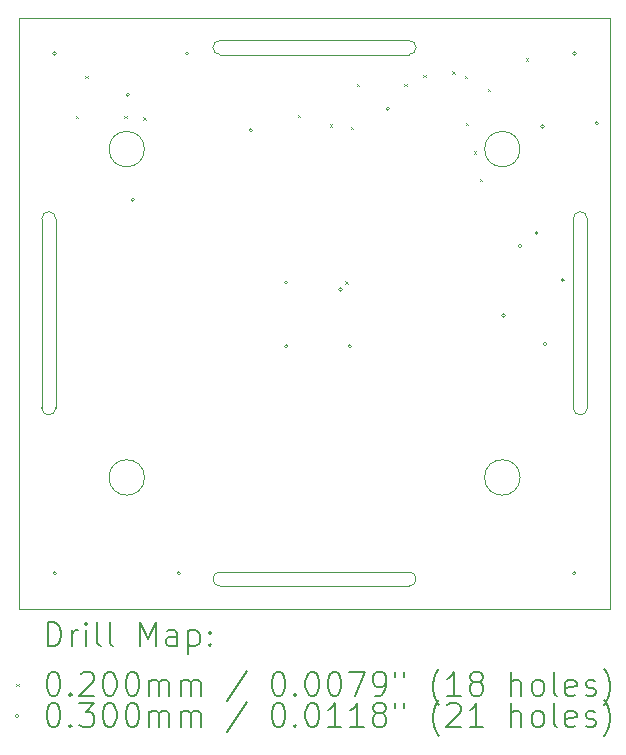
<source format=gbr>
%TF.GenerationSoftware,KiCad,Pcbnew,7.0.2*%
%TF.CreationDate,2023-07-30T22:18:23-04:00*%
%TF.ProjectId,TopExternalFaceRev1,546f7045-7874-4657-926e-616c46616365,rev?*%
%TF.SameCoordinates,Original*%
%TF.FileFunction,Drillmap*%
%TF.FilePolarity,Positive*%
%FSLAX45Y45*%
G04 Gerber Fmt 4.5, Leading zero omitted, Abs format (unit mm)*
G04 Created by KiCad (PCBNEW 7.0.2) date 2023-07-30 22:18:23*
%MOMM*%
%LPD*%
G01*
G04 APERTURE LIST*
%ADD10C,0.050000*%
%ADD11C,0.100000*%
%ADD12C,0.200000*%
%ADD13C,0.020000*%
%ADD14C,0.030000*%
G04 APERTURE END LIST*
D10*
X11060000Y-13890000D02*
G75*
G03*
X11060000Y-13890000I-150000J0D01*
G01*
D11*
X14690000Y-11700000D02*
X14690000Y-12500000D01*
X10310000Y-11700000D02*
G75*
G03*
X10190000Y-11700000I-60000J0D01*
G01*
X12500000Y-10310000D02*
X13300000Y-10310000D01*
X12500000Y-14690000D02*
X11700000Y-14690000D01*
X11700000Y-10190000D02*
G75*
G03*
X11700000Y-10310000I0J-60000D01*
G01*
X14810000Y-11700000D02*
G75*
G03*
X14690000Y-11700000I-60000J0D01*
G01*
X11700000Y-10310000D02*
X12500000Y-10310000D01*
X12500000Y-14810000D02*
X13300000Y-14810000D01*
X11700000Y-14810000D02*
X12500000Y-14810000D01*
X10190000Y-12500000D02*
X10190000Y-13300000D01*
X14690000Y-12500000D02*
X14690000Y-13300000D01*
X11700000Y-14690000D02*
G75*
G03*
X11700000Y-14810000I0J-60000D01*
G01*
X13300000Y-14810000D02*
G75*
G03*
X13300000Y-14690000I0J60000D01*
G01*
X10310000Y-13300000D02*
X10310000Y-12500000D01*
D10*
X14240000Y-13890000D02*
G75*
G03*
X14240000Y-13890000I-150000J0D01*
G01*
D11*
X15000000Y-15000000D02*
X10000000Y-15000000D01*
X14810000Y-12500000D02*
X14810000Y-11700000D01*
X10190000Y-13300000D02*
G75*
G03*
X10310000Y-13300000I60000J0D01*
G01*
X15000000Y-10000000D02*
X15000000Y-15000000D01*
D10*
X11060000Y-11110000D02*
G75*
G03*
X11060000Y-11110000I-150000J0D01*
G01*
D11*
X13300000Y-10310000D02*
G75*
G03*
X13300000Y-10190000I0J60000D01*
G01*
X10000000Y-15000000D02*
X10000000Y-10000000D01*
X10190000Y-11700000D02*
X10190000Y-12500000D01*
D10*
X14240000Y-11110000D02*
G75*
G03*
X14240000Y-11110000I-150000J0D01*
G01*
D11*
X10310000Y-12500000D02*
X10310000Y-11700000D01*
X13300000Y-14690000D02*
X12500000Y-14690000D01*
X10000000Y-10000000D02*
X15000000Y-10000000D01*
X14810000Y-13300000D02*
X14810000Y-12500000D01*
X12500000Y-10190000D02*
X11700000Y-10190000D01*
X13300000Y-10190000D02*
X12500000Y-10190000D01*
X14690000Y-13300000D02*
G75*
G03*
X14810000Y-13300000I60000J0D01*
G01*
D12*
D13*
X10480000Y-10830000D02*
X10500000Y-10850000D01*
X10500000Y-10830000D02*
X10480000Y-10850000D01*
X10560000Y-10490000D02*
X10580000Y-10510000D01*
X10580000Y-10490000D02*
X10560000Y-10510000D01*
X10890000Y-10830000D02*
X10910000Y-10850000D01*
X10910000Y-10830000D02*
X10890000Y-10850000D01*
X11050000Y-10840000D02*
X11070000Y-10860000D01*
X11070000Y-10840000D02*
X11050000Y-10860000D01*
X12360000Y-10820000D02*
X12380000Y-10840000D01*
X12380000Y-10820000D02*
X12360000Y-10840000D01*
X12630000Y-10900000D02*
X12650000Y-10920000D01*
X12650000Y-10900000D02*
X12630000Y-10920000D01*
X12760000Y-12230000D02*
X12780000Y-12250000D01*
X12780000Y-12230000D02*
X12760000Y-12250000D01*
X12810000Y-10920000D02*
X12830000Y-10940000D01*
X12830000Y-10920000D02*
X12810000Y-10940000D01*
X12860000Y-10560000D02*
X12880000Y-10580000D01*
X12880000Y-10560000D02*
X12860000Y-10580000D01*
X13260000Y-10560000D02*
X13280000Y-10580000D01*
X13280000Y-10560000D02*
X13260000Y-10580000D01*
X13420000Y-10480000D02*
X13440000Y-10500000D01*
X13440000Y-10480000D02*
X13420000Y-10500000D01*
X13667542Y-10452458D02*
X13687542Y-10472458D01*
X13687542Y-10452458D02*
X13667542Y-10472458D01*
X13770000Y-10490000D02*
X13790000Y-10510000D01*
X13790000Y-10490000D02*
X13770000Y-10510000D01*
X13780000Y-10890000D02*
X13800000Y-10910000D01*
X13800000Y-10890000D02*
X13780000Y-10910000D01*
X13850000Y-11130000D02*
X13870000Y-11150000D01*
X13870000Y-11130000D02*
X13850000Y-11150000D01*
X13900000Y-11360000D02*
X13920000Y-11380000D01*
X13920000Y-11360000D02*
X13900000Y-11380000D01*
X13970000Y-10598950D02*
X13990000Y-10618950D01*
X13990000Y-10598950D02*
X13970000Y-10618950D01*
X14290000Y-10340000D02*
X14310000Y-10360000D01*
X14310000Y-10340000D02*
X14290000Y-10360000D01*
D14*
X10315000Y-10300000D02*
G75*
G03*
X10315000Y-10300000I-15000J0D01*
G01*
X10315000Y-14700000D02*
G75*
G03*
X10315000Y-14700000I-15000J0D01*
G01*
X10935000Y-10650000D02*
G75*
G03*
X10935000Y-10650000I-15000J0D01*
G01*
X10975000Y-11540000D02*
G75*
G03*
X10975000Y-11540000I-15000J0D01*
G01*
X11365000Y-14700000D02*
G75*
G03*
X11365000Y-14700000I-15000J0D01*
G01*
X11435000Y-10300000D02*
G75*
G03*
X11435000Y-10300000I-15000J0D01*
G01*
X11975000Y-10950000D02*
G75*
G03*
X11975000Y-10950000I-15000J0D01*
G01*
X12275000Y-12240000D02*
G75*
G03*
X12275000Y-12240000I-15000J0D01*
G01*
X12275000Y-12780000D02*
G75*
G03*
X12275000Y-12780000I-15000J0D01*
G01*
X12735000Y-12300000D02*
G75*
G03*
X12735000Y-12300000I-15000J0D01*
G01*
X12815000Y-12780000D02*
G75*
G03*
X12815000Y-12780000I-15000J0D01*
G01*
X13135000Y-10770000D02*
G75*
G03*
X13135000Y-10770000I-15000J0D01*
G01*
X14115000Y-12520000D02*
G75*
G03*
X14115000Y-12520000I-15000J0D01*
G01*
X14255000Y-11930000D02*
G75*
G03*
X14255000Y-11930000I-15000J0D01*
G01*
X14395000Y-11820000D02*
G75*
G03*
X14395000Y-11820000I-15000J0D01*
G01*
X14445000Y-10920000D02*
G75*
G03*
X14445000Y-10920000I-15000J0D01*
G01*
X14465000Y-12760000D02*
G75*
G03*
X14465000Y-12760000I-15000J0D01*
G01*
X14615000Y-12220000D02*
G75*
G03*
X14615000Y-12220000I-15000J0D01*
G01*
X14715000Y-10300000D02*
G75*
G03*
X14715000Y-10300000I-15000J0D01*
G01*
X14715000Y-14700000D02*
G75*
G03*
X14715000Y-14700000I-15000J0D01*
G01*
X14905000Y-10890000D02*
G75*
G03*
X14905000Y-10890000I-15000J0D01*
G01*
D12*
X10242619Y-15317524D02*
X10242619Y-15117524D01*
X10242619Y-15117524D02*
X10290238Y-15117524D01*
X10290238Y-15117524D02*
X10318810Y-15127048D01*
X10318810Y-15127048D02*
X10337857Y-15146095D01*
X10337857Y-15146095D02*
X10347381Y-15165143D01*
X10347381Y-15165143D02*
X10356905Y-15203238D01*
X10356905Y-15203238D02*
X10356905Y-15231809D01*
X10356905Y-15231809D02*
X10347381Y-15269905D01*
X10347381Y-15269905D02*
X10337857Y-15288952D01*
X10337857Y-15288952D02*
X10318810Y-15308000D01*
X10318810Y-15308000D02*
X10290238Y-15317524D01*
X10290238Y-15317524D02*
X10242619Y-15317524D01*
X10442619Y-15317524D02*
X10442619Y-15184190D01*
X10442619Y-15222286D02*
X10452143Y-15203238D01*
X10452143Y-15203238D02*
X10461667Y-15193714D01*
X10461667Y-15193714D02*
X10480714Y-15184190D01*
X10480714Y-15184190D02*
X10499762Y-15184190D01*
X10566429Y-15317524D02*
X10566429Y-15184190D01*
X10566429Y-15117524D02*
X10556905Y-15127048D01*
X10556905Y-15127048D02*
X10566429Y-15136571D01*
X10566429Y-15136571D02*
X10575952Y-15127048D01*
X10575952Y-15127048D02*
X10566429Y-15117524D01*
X10566429Y-15117524D02*
X10566429Y-15136571D01*
X10690238Y-15317524D02*
X10671190Y-15308000D01*
X10671190Y-15308000D02*
X10661667Y-15288952D01*
X10661667Y-15288952D02*
X10661667Y-15117524D01*
X10795000Y-15317524D02*
X10775952Y-15308000D01*
X10775952Y-15308000D02*
X10766429Y-15288952D01*
X10766429Y-15288952D02*
X10766429Y-15117524D01*
X11023571Y-15317524D02*
X11023571Y-15117524D01*
X11023571Y-15117524D02*
X11090238Y-15260381D01*
X11090238Y-15260381D02*
X11156905Y-15117524D01*
X11156905Y-15117524D02*
X11156905Y-15317524D01*
X11337857Y-15317524D02*
X11337857Y-15212762D01*
X11337857Y-15212762D02*
X11328333Y-15193714D01*
X11328333Y-15193714D02*
X11309286Y-15184190D01*
X11309286Y-15184190D02*
X11271190Y-15184190D01*
X11271190Y-15184190D02*
X11252143Y-15193714D01*
X11337857Y-15308000D02*
X11318809Y-15317524D01*
X11318809Y-15317524D02*
X11271190Y-15317524D01*
X11271190Y-15317524D02*
X11252143Y-15308000D01*
X11252143Y-15308000D02*
X11242619Y-15288952D01*
X11242619Y-15288952D02*
X11242619Y-15269905D01*
X11242619Y-15269905D02*
X11252143Y-15250857D01*
X11252143Y-15250857D02*
X11271190Y-15241333D01*
X11271190Y-15241333D02*
X11318809Y-15241333D01*
X11318809Y-15241333D02*
X11337857Y-15231809D01*
X11433095Y-15184190D02*
X11433095Y-15384190D01*
X11433095Y-15193714D02*
X11452143Y-15184190D01*
X11452143Y-15184190D02*
X11490238Y-15184190D01*
X11490238Y-15184190D02*
X11509286Y-15193714D01*
X11509286Y-15193714D02*
X11518809Y-15203238D01*
X11518809Y-15203238D02*
X11528333Y-15222286D01*
X11528333Y-15222286D02*
X11528333Y-15279428D01*
X11528333Y-15279428D02*
X11518809Y-15298476D01*
X11518809Y-15298476D02*
X11509286Y-15308000D01*
X11509286Y-15308000D02*
X11490238Y-15317524D01*
X11490238Y-15317524D02*
X11452143Y-15317524D01*
X11452143Y-15317524D02*
X11433095Y-15308000D01*
X11614048Y-15298476D02*
X11623571Y-15308000D01*
X11623571Y-15308000D02*
X11614048Y-15317524D01*
X11614048Y-15317524D02*
X11604524Y-15308000D01*
X11604524Y-15308000D02*
X11614048Y-15298476D01*
X11614048Y-15298476D02*
X11614048Y-15317524D01*
X11614048Y-15193714D02*
X11623571Y-15203238D01*
X11623571Y-15203238D02*
X11614048Y-15212762D01*
X11614048Y-15212762D02*
X11604524Y-15203238D01*
X11604524Y-15203238D02*
X11614048Y-15193714D01*
X11614048Y-15193714D02*
X11614048Y-15212762D01*
D13*
X9975000Y-15635000D02*
X9995000Y-15655000D01*
X9995000Y-15635000D02*
X9975000Y-15655000D01*
D12*
X10280714Y-15537524D02*
X10299762Y-15537524D01*
X10299762Y-15537524D02*
X10318810Y-15547048D01*
X10318810Y-15547048D02*
X10328333Y-15556571D01*
X10328333Y-15556571D02*
X10337857Y-15575619D01*
X10337857Y-15575619D02*
X10347381Y-15613714D01*
X10347381Y-15613714D02*
X10347381Y-15661333D01*
X10347381Y-15661333D02*
X10337857Y-15699428D01*
X10337857Y-15699428D02*
X10328333Y-15718476D01*
X10328333Y-15718476D02*
X10318810Y-15728000D01*
X10318810Y-15728000D02*
X10299762Y-15737524D01*
X10299762Y-15737524D02*
X10280714Y-15737524D01*
X10280714Y-15737524D02*
X10261667Y-15728000D01*
X10261667Y-15728000D02*
X10252143Y-15718476D01*
X10252143Y-15718476D02*
X10242619Y-15699428D01*
X10242619Y-15699428D02*
X10233095Y-15661333D01*
X10233095Y-15661333D02*
X10233095Y-15613714D01*
X10233095Y-15613714D02*
X10242619Y-15575619D01*
X10242619Y-15575619D02*
X10252143Y-15556571D01*
X10252143Y-15556571D02*
X10261667Y-15547048D01*
X10261667Y-15547048D02*
X10280714Y-15537524D01*
X10433095Y-15718476D02*
X10442619Y-15728000D01*
X10442619Y-15728000D02*
X10433095Y-15737524D01*
X10433095Y-15737524D02*
X10423571Y-15728000D01*
X10423571Y-15728000D02*
X10433095Y-15718476D01*
X10433095Y-15718476D02*
X10433095Y-15737524D01*
X10518810Y-15556571D02*
X10528333Y-15547048D01*
X10528333Y-15547048D02*
X10547381Y-15537524D01*
X10547381Y-15537524D02*
X10595000Y-15537524D01*
X10595000Y-15537524D02*
X10614048Y-15547048D01*
X10614048Y-15547048D02*
X10623571Y-15556571D01*
X10623571Y-15556571D02*
X10633095Y-15575619D01*
X10633095Y-15575619D02*
X10633095Y-15594667D01*
X10633095Y-15594667D02*
X10623571Y-15623238D01*
X10623571Y-15623238D02*
X10509286Y-15737524D01*
X10509286Y-15737524D02*
X10633095Y-15737524D01*
X10756905Y-15537524D02*
X10775952Y-15537524D01*
X10775952Y-15537524D02*
X10795000Y-15547048D01*
X10795000Y-15547048D02*
X10804524Y-15556571D01*
X10804524Y-15556571D02*
X10814048Y-15575619D01*
X10814048Y-15575619D02*
X10823571Y-15613714D01*
X10823571Y-15613714D02*
X10823571Y-15661333D01*
X10823571Y-15661333D02*
X10814048Y-15699428D01*
X10814048Y-15699428D02*
X10804524Y-15718476D01*
X10804524Y-15718476D02*
X10795000Y-15728000D01*
X10795000Y-15728000D02*
X10775952Y-15737524D01*
X10775952Y-15737524D02*
X10756905Y-15737524D01*
X10756905Y-15737524D02*
X10737857Y-15728000D01*
X10737857Y-15728000D02*
X10728333Y-15718476D01*
X10728333Y-15718476D02*
X10718810Y-15699428D01*
X10718810Y-15699428D02*
X10709286Y-15661333D01*
X10709286Y-15661333D02*
X10709286Y-15613714D01*
X10709286Y-15613714D02*
X10718810Y-15575619D01*
X10718810Y-15575619D02*
X10728333Y-15556571D01*
X10728333Y-15556571D02*
X10737857Y-15547048D01*
X10737857Y-15547048D02*
X10756905Y-15537524D01*
X10947381Y-15537524D02*
X10966429Y-15537524D01*
X10966429Y-15537524D02*
X10985476Y-15547048D01*
X10985476Y-15547048D02*
X10995000Y-15556571D01*
X10995000Y-15556571D02*
X11004524Y-15575619D01*
X11004524Y-15575619D02*
X11014048Y-15613714D01*
X11014048Y-15613714D02*
X11014048Y-15661333D01*
X11014048Y-15661333D02*
X11004524Y-15699428D01*
X11004524Y-15699428D02*
X10995000Y-15718476D01*
X10995000Y-15718476D02*
X10985476Y-15728000D01*
X10985476Y-15728000D02*
X10966429Y-15737524D01*
X10966429Y-15737524D02*
X10947381Y-15737524D01*
X10947381Y-15737524D02*
X10928333Y-15728000D01*
X10928333Y-15728000D02*
X10918810Y-15718476D01*
X10918810Y-15718476D02*
X10909286Y-15699428D01*
X10909286Y-15699428D02*
X10899762Y-15661333D01*
X10899762Y-15661333D02*
X10899762Y-15613714D01*
X10899762Y-15613714D02*
X10909286Y-15575619D01*
X10909286Y-15575619D02*
X10918810Y-15556571D01*
X10918810Y-15556571D02*
X10928333Y-15547048D01*
X10928333Y-15547048D02*
X10947381Y-15537524D01*
X11099762Y-15737524D02*
X11099762Y-15604190D01*
X11099762Y-15623238D02*
X11109286Y-15613714D01*
X11109286Y-15613714D02*
X11128333Y-15604190D01*
X11128333Y-15604190D02*
X11156905Y-15604190D01*
X11156905Y-15604190D02*
X11175952Y-15613714D01*
X11175952Y-15613714D02*
X11185476Y-15632762D01*
X11185476Y-15632762D02*
X11185476Y-15737524D01*
X11185476Y-15632762D02*
X11195000Y-15613714D01*
X11195000Y-15613714D02*
X11214048Y-15604190D01*
X11214048Y-15604190D02*
X11242619Y-15604190D01*
X11242619Y-15604190D02*
X11261667Y-15613714D01*
X11261667Y-15613714D02*
X11271190Y-15632762D01*
X11271190Y-15632762D02*
X11271190Y-15737524D01*
X11366429Y-15737524D02*
X11366429Y-15604190D01*
X11366429Y-15623238D02*
X11375952Y-15613714D01*
X11375952Y-15613714D02*
X11395000Y-15604190D01*
X11395000Y-15604190D02*
X11423571Y-15604190D01*
X11423571Y-15604190D02*
X11442619Y-15613714D01*
X11442619Y-15613714D02*
X11452143Y-15632762D01*
X11452143Y-15632762D02*
X11452143Y-15737524D01*
X11452143Y-15632762D02*
X11461667Y-15613714D01*
X11461667Y-15613714D02*
X11480714Y-15604190D01*
X11480714Y-15604190D02*
X11509286Y-15604190D01*
X11509286Y-15604190D02*
X11528333Y-15613714D01*
X11528333Y-15613714D02*
X11537857Y-15632762D01*
X11537857Y-15632762D02*
X11537857Y-15737524D01*
X11928333Y-15528000D02*
X11756905Y-15785143D01*
X12185476Y-15537524D02*
X12204524Y-15537524D01*
X12204524Y-15537524D02*
X12223572Y-15547048D01*
X12223572Y-15547048D02*
X12233095Y-15556571D01*
X12233095Y-15556571D02*
X12242619Y-15575619D01*
X12242619Y-15575619D02*
X12252143Y-15613714D01*
X12252143Y-15613714D02*
X12252143Y-15661333D01*
X12252143Y-15661333D02*
X12242619Y-15699428D01*
X12242619Y-15699428D02*
X12233095Y-15718476D01*
X12233095Y-15718476D02*
X12223572Y-15728000D01*
X12223572Y-15728000D02*
X12204524Y-15737524D01*
X12204524Y-15737524D02*
X12185476Y-15737524D01*
X12185476Y-15737524D02*
X12166429Y-15728000D01*
X12166429Y-15728000D02*
X12156905Y-15718476D01*
X12156905Y-15718476D02*
X12147381Y-15699428D01*
X12147381Y-15699428D02*
X12137857Y-15661333D01*
X12137857Y-15661333D02*
X12137857Y-15613714D01*
X12137857Y-15613714D02*
X12147381Y-15575619D01*
X12147381Y-15575619D02*
X12156905Y-15556571D01*
X12156905Y-15556571D02*
X12166429Y-15547048D01*
X12166429Y-15547048D02*
X12185476Y-15537524D01*
X12337857Y-15718476D02*
X12347381Y-15728000D01*
X12347381Y-15728000D02*
X12337857Y-15737524D01*
X12337857Y-15737524D02*
X12328333Y-15728000D01*
X12328333Y-15728000D02*
X12337857Y-15718476D01*
X12337857Y-15718476D02*
X12337857Y-15737524D01*
X12471191Y-15537524D02*
X12490238Y-15537524D01*
X12490238Y-15537524D02*
X12509286Y-15547048D01*
X12509286Y-15547048D02*
X12518810Y-15556571D01*
X12518810Y-15556571D02*
X12528333Y-15575619D01*
X12528333Y-15575619D02*
X12537857Y-15613714D01*
X12537857Y-15613714D02*
X12537857Y-15661333D01*
X12537857Y-15661333D02*
X12528333Y-15699428D01*
X12528333Y-15699428D02*
X12518810Y-15718476D01*
X12518810Y-15718476D02*
X12509286Y-15728000D01*
X12509286Y-15728000D02*
X12490238Y-15737524D01*
X12490238Y-15737524D02*
X12471191Y-15737524D01*
X12471191Y-15737524D02*
X12452143Y-15728000D01*
X12452143Y-15728000D02*
X12442619Y-15718476D01*
X12442619Y-15718476D02*
X12433095Y-15699428D01*
X12433095Y-15699428D02*
X12423572Y-15661333D01*
X12423572Y-15661333D02*
X12423572Y-15613714D01*
X12423572Y-15613714D02*
X12433095Y-15575619D01*
X12433095Y-15575619D02*
X12442619Y-15556571D01*
X12442619Y-15556571D02*
X12452143Y-15547048D01*
X12452143Y-15547048D02*
X12471191Y-15537524D01*
X12661667Y-15537524D02*
X12680714Y-15537524D01*
X12680714Y-15537524D02*
X12699762Y-15547048D01*
X12699762Y-15547048D02*
X12709286Y-15556571D01*
X12709286Y-15556571D02*
X12718810Y-15575619D01*
X12718810Y-15575619D02*
X12728333Y-15613714D01*
X12728333Y-15613714D02*
X12728333Y-15661333D01*
X12728333Y-15661333D02*
X12718810Y-15699428D01*
X12718810Y-15699428D02*
X12709286Y-15718476D01*
X12709286Y-15718476D02*
X12699762Y-15728000D01*
X12699762Y-15728000D02*
X12680714Y-15737524D01*
X12680714Y-15737524D02*
X12661667Y-15737524D01*
X12661667Y-15737524D02*
X12642619Y-15728000D01*
X12642619Y-15728000D02*
X12633095Y-15718476D01*
X12633095Y-15718476D02*
X12623572Y-15699428D01*
X12623572Y-15699428D02*
X12614048Y-15661333D01*
X12614048Y-15661333D02*
X12614048Y-15613714D01*
X12614048Y-15613714D02*
X12623572Y-15575619D01*
X12623572Y-15575619D02*
X12633095Y-15556571D01*
X12633095Y-15556571D02*
X12642619Y-15547048D01*
X12642619Y-15547048D02*
X12661667Y-15537524D01*
X12795000Y-15537524D02*
X12928333Y-15537524D01*
X12928333Y-15537524D02*
X12842619Y-15737524D01*
X13014048Y-15737524D02*
X13052143Y-15737524D01*
X13052143Y-15737524D02*
X13071191Y-15728000D01*
X13071191Y-15728000D02*
X13080714Y-15718476D01*
X13080714Y-15718476D02*
X13099762Y-15689905D01*
X13099762Y-15689905D02*
X13109286Y-15651809D01*
X13109286Y-15651809D02*
X13109286Y-15575619D01*
X13109286Y-15575619D02*
X13099762Y-15556571D01*
X13099762Y-15556571D02*
X13090238Y-15547048D01*
X13090238Y-15547048D02*
X13071191Y-15537524D01*
X13071191Y-15537524D02*
X13033095Y-15537524D01*
X13033095Y-15537524D02*
X13014048Y-15547048D01*
X13014048Y-15547048D02*
X13004524Y-15556571D01*
X13004524Y-15556571D02*
X12995000Y-15575619D01*
X12995000Y-15575619D02*
X12995000Y-15623238D01*
X12995000Y-15623238D02*
X13004524Y-15642286D01*
X13004524Y-15642286D02*
X13014048Y-15651809D01*
X13014048Y-15651809D02*
X13033095Y-15661333D01*
X13033095Y-15661333D02*
X13071191Y-15661333D01*
X13071191Y-15661333D02*
X13090238Y-15651809D01*
X13090238Y-15651809D02*
X13099762Y-15642286D01*
X13099762Y-15642286D02*
X13109286Y-15623238D01*
X13185476Y-15537524D02*
X13185476Y-15575619D01*
X13261667Y-15537524D02*
X13261667Y-15575619D01*
X13556905Y-15813714D02*
X13547381Y-15804190D01*
X13547381Y-15804190D02*
X13528334Y-15775619D01*
X13528334Y-15775619D02*
X13518810Y-15756571D01*
X13518810Y-15756571D02*
X13509286Y-15728000D01*
X13509286Y-15728000D02*
X13499762Y-15680381D01*
X13499762Y-15680381D02*
X13499762Y-15642286D01*
X13499762Y-15642286D02*
X13509286Y-15594667D01*
X13509286Y-15594667D02*
X13518810Y-15566095D01*
X13518810Y-15566095D02*
X13528334Y-15547048D01*
X13528334Y-15547048D02*
X13547381Y-15518476D01*
X13547381Y-15518476D02*
X13556905Y-15508952D01*
X13737857Y-15737524D02*
X13623572Y-15737524D01*
X13680714Y-15737524D02*
X13680714Y-15537524D01*
X13680714Y-15537524D02*
X13661667Y-15566095D01*
X13661667Y-15566095D02*
X13642619Y-15585143D01*
X13642619Y-15585143D02*
X13623572Y-15594667D01*
X13852143Y-15623238D02*
X13833095Y-15613714D01*
X13833095Y-15613714D02*
X13823572Y-15604190D01*
X13823572Y-15604190D02*
X13814048Y-15585143D01*
X13814048Y-15585143D02*
X13814048Y-15575619D01*
X13814048Y-15575619D02*
X13823572Y-15556571D01*
X13823572Y-15556571D02*
X13833095Y-15547048D01*
X13833095Y-15547048D02*
X13852143Y-15537524D01*
X13852143Y-15537524D02*
X13890238Y-15537524D01*
X13890238Y-15537524D02*
X13909286Y-15547048D01*
X13909286Y-15547048D02*
X13918810Y-15556571D01*
X13918810Y-15556571D02*
X13928334Y-15575619D01*
X13928334Y-15575619D02*
X13928334Y-15585143D01*
X13928334Y-15585143D02*
X13918810Y-15604190D01*
X13918810Y-15604190D02*
X13909286Y-15613714D01*
X13909286Y-15613714D02*
X13890238Y-15623238D01*
X13890238Y-15623238D02*
X13852143Y-15623238D01*
X13852143Y-15623238D02*
X13833095Y-15632762D01*
X13833095Y-15632762D02*
X13823572Y-15642286D01*
X13823572Y-15642286D02*
X13814048Y-15661333D01*
X13814048Y-15661333D02*
X13814048Y-15699428D01*
X13814048Y-15699428D02*
X13823572Y-15718476D01*
X13823572Y-15718476D02*
X13833095Y-15728000D01*
X13833095Y-15728000D02*
X13852143Y-15737524D01*
X13852143Y-15737524D02*
X13890238Y-15737524D01*
X13890238Y-15737524D02*
X13909286Y-15728000D01*
X13909286Y-15728000D02*
X13918810Y-15718476D01*
X13918810Y-15718476D02*
X13928334Y-15699428D01*
X13928334Y-15699428D02*
X13928334Y-15661333D01*
X13928334Y-15661333D02*
X13918810Y-15642286D01*
X13918810Y-15642286D02*
X13909286Y-15632762D01*
X13909286Y-15632762D02*
X13890238Y-15623238D01*
X14166429Y-15737524D02*
X14166429Y-15537524D01*
X14252143Y-15737524D02*
X14252143Y-15632762D01*
X14252143Y-15632762D02*
X14242619Y-15613714D01*
X14242619Y-15613714D02*
X14223572Y-15604190D01*
X14223572Y-15604190D02*
X14195000Y-15604190D01*
X14195000Y-15604190D02*
X14175953Y-15613714D01*
X14175953Y-15613714D02*
X14166429Y-15623238D01*
X14375953Y-15737524D02*
X14356905Y-15728000D01*
X14356905Y-15728000D02*
X14347381Y-15718476D01*
X14347381Y-15718476D02*
X14337857Y-15699428D01*
X14337857Y-15699428D02*
X14337857Y-15642286D01*
X14337857Y-15642286D02*
X14347381Y-15623238D01*
X14347381Y-15623238D02*
X14356905Y-15613714D01*
X14356905Y-15613714D02*
X14375953Y-15604190D01*
X14375953Y-15604190D02*
X14404524Y-15604190D01*
X14404524Y-15604190D02*
X14423572Y-15613714D01*
X14423572Y-15613714D02*
X14433096Y-15623238D01*
X14433096Y-15623238D02*
X14442619Y-15642286D01*
X14442619Y-15642286D02*
X14442619Y-15699428D01*
X14442619Y-15699428D02*
X14433096Y-15718476D01*
X14433096Y-15718476D02*
X14423572Y-15728000D01*
X14423572Y-15728000D02*
X14404524Y-15737524D01*
X14404524Y-15737524D02*
X14375953Y-15737524D01*
X14556905Y-15737524D02*
X14537857Y-15728000D01*
X14537857Y-15728000D02*
X14528334Y-15708952D01*
X14528334Y-15708952D02*
X14528334Y-15537524D01*
X14709286Y-15728000D02*
X14690238Y-15737524D01*
X14690238Y-15737524D02*
X14652143Y-15737524D01*
X14652143Y-15737524D02*
X14633096Y-15728000D01*
X14633096Y-15728000D02*
X14623572Y-15708952D01*
X14623572Y-15708952D02*
X14623572Y-15632762D01*
X14623572Y-15632762D02*
X14633096Y-15613714D01*
X14633096Y-15613714D02*
X14652143Y-15604190D01*
X14652143Y-15604190D02*
X14690238Y-15604190D01*
X14690238Y-15604190D02*
X14709286Y-15613714D01*
X14709286Y-15613714D02*
X14718810Y-15632762D01*
X14718810Y-15632762D02*
X14718810Y-15651809D01*
X14718810Y-15651809D02*
X14623572Y-15670857D01*
X14795000Y-15728000D02*
X14814048Y-15737524D01*
X14814048Y-15737524D02*
X14852143Y-15737524D01*
X14852143Y-15737524D02*
X14871191Y-15728000D01*
X14871191Y-15728000D02*
X14880715Y-15708952D01*
X14880715Y-15708952D02*
X14880715Y-15699428D01*
X14880715Y-15699428D02*
X14871191Y-15680381D01*
X14871191Y-15680381D02*
X14852143Y-15670857D01*
X14852143Y-15670857D02*
X14823572Y-15670857D01*
X14823572Y-15670857D02*
X14804524Y-15661333D01*
X14804524Y-15661333D02*
X14795000Y-15642286D01*
X14795000Y-15642286D02*
X14795000Y-15632762D01*
X14795000Y-15632762D02*
X14804524Y-15613714D01*
X14804524Y-15613714D02*
X14823572Y-15604190D01*
X14823572Y-15604190D02*
X14852143Y-15604190D01*
X14852143Y-15604190D02*
X14871191Y-15613714D01*
X14947381Y-15813714D02*
X14956905Y-15804190D01*
X14956905Y-15804190D02*
X14975953Y-15775619D01*
X14975953Y-15775619D02*
X14985477Y-15756571D01*
X14985477Y-15756571D02*
X14995000Y-15728000D01*
X14995000Y-15728000D02*
X15004524Y-15680381D01*
X15004524Y-15680381D02*
X15004524Y-15642286D01*
X15004524Y-15642286D02*
X14995000Y-15594667D01*
X14995000Y-15594667D02*
X14985477Y-15566095D01*
X14985477Y-15566095D02*
X14975953Y-15547048D01*
X14975953Y-15547048D02*
X14956905Y-15518476D01*
X14956905Y-15518476D02*
X14947381Y-15508952D01*
D14*
X9995000Y-15909000D02*
G75*
G03*
X9995000Y-15909000I-15000J0D01*
G01*
D12*
X10280714Y-15801524D02*
X10299762Y-15801524D01*
X10299762Y-15801524D02*
X10318810Y-15811048D01*
X10318810Y-15811048D02*
X10328333Y-15820571D01*
X10328333Y-15820571D02*
X10337857Y-15839619D01*
X10337857Y-15839619D02*
X10347381Y-15877714D01*
X10347381Y-15877714D02*
X10347381Y-15925333D01*
X10347381Y-15925333D02*
X10337857Y-15963428D01*
X10337857Y-15963428D02*
X10328333Y-15982476D01*
X10328333Y-15982476D02*
X10318810Y-15992000D01*
X10318810Y-15992000D02*
X10299762Y-16001524D01*
X10299762Y-16001524D02*
X10280714Y-16001524D01*
X10280714Y-16001524D02*
X10261667Y-15992000D01*
X10261667Y-15992000D02*
X10252143Y-15982476D01*
X10252143Y-15982476D02*
X10242619Y-15963428D01*
X10242619Y-15963428D02*
X10233095Y-15925333D01*
X10233095Y-15925333D02*
X10233095Y-15877714D01*
X10233095Y-15877714D02*
X10242619Y-15839619D01*
X10242619Y-15839619D02*
X10252143Y-15820571D01*
X10252143Y-15820571D02*
X10261667Y-15811048D01*
X10261667Y-15811048D02*
X10280714Y-15801524D01*
X10433095Y-15982476D02*
X10442619Y-15992000D01*
X10442619Y-15992000D02*
X10433095Y-16001524D01*
X10433095Y-16001524D02*
X10423571Y-15992000D01*
X10423571Y-15992000D02*
X10433095Y-15982476D01*
X10433095Y-15982476D02*
X10433095Y-16001524D01*
X10509286Y-15801524D02*
X10633095Y-15801524D01*
X10633095Y-15801524D02*
X10566429Y-15877714D01*
X10566429Y-15877714D02*
X10595000Y-15877714D01*
X10595000Y-15877714D02*
X10614048Y-15887238D01*
X10614048Y-15887238D02*
X10623571Y-15896762D01*
X10623571Y-15896762D02*
X10633095Y-15915809D01*
X10633095Y-15915809D02*
X10633095Y-15963428D01*
X10633095Y-15963428D02*
X10623571Y-15982476D01*
X10623571Y-15982476D02*
X10614048Y-15992000D01*
X10614048Y-15992000D02*
X10595000Y-16001524D01*
X10595000Y-16001524D02*
X10537857Y-16001524D01*
X10537857Y-16001524D02*
X10518810Y-15992000D01*
X10518810Y-15992000D02*
X10509286Y-15982476D01*
X10756905Y-15801524D02*
X10775952Y-15801524D01*
X10775952Y-15801524D02*
X10795000Y-15811048D01*
X10795000Y-15811048D02*
X10804524Y-15820571D01*
X10804524Y-15820571D02*
X10814048Y-15839619D01*
X10814048Y-15839619D02*
X10823571Y-15877714D01*
X10823571Y-15877714D02*
X10823571Y-15925333D01*
X10823571Y-15925333D02*
X10814048Y-15963428D01*
X10814048Y-15963428D02*
X10804524Y-15982476D01*
X10804524Y-15982476D02*
X10795000Y-15992000D01*
X10795000Y-15992000D02*
X10775952Y-16001524D01*
X10775952Y-16001524D02*
X10756905Y-16001524D01*
X10756905Y-16001524D02*
X10737857Y-15992000D01*
X10737857Y-15992000D02*
X10728333Y-15982476D01*
X10728333Y-15982476D02*
X10718810Y-15963428D01*
X10718810Y-15963428D02*
X10709286Y-15925333D01*
X10709286Y-15925333D02*
X10709286Y-15877714D01*
X10709286Y-15877714D02*
X10718810Y-15839619D01*
X10718810Y-15839619D02*
X10728333Y-15820571D01*
X10728333Y-15820571D02*
X10737857Y-15811048D01*
X10737857Y-15811048D02*
X10756905Y-15801524D01*
X10947381Y-15801524D02*
X10966429Y-15801524D01*
X10966429Y-15801524D02*
X10985476Y-15811048D01*
X10985476Y-15811048D02*
X10995000Y-15820571D01*
X10995000Y-15820571D02*
X11004524Y-15839619D01*
X11004524Y-15839619D02*
X11014048Y-15877714D01*
X11014048Y-15877714D02*
X11014048Y-15925333D01*
X11014048Y-15925333D02*
X11004524Y-15963428D01*
X11004524Y-15963428D02*
X10995000Y-15982476D01*
X10995000Y-15982476D02*
X10985476Y-15992000D01*
X10985476Y-15992000D02*
X10966429Y-16001524D01*
X10966429Y-16001524D02*
X10947381Y-16001524D01*
X10947381Y-16001524D02*
X10928333Y-15992000D01*
X10928333Y-15992000D02*
X10918810Y-15982476D01*
X10918810Y-15982476D02*
X10909286Y-15963428D01*
X10909286Y-15963428D02*
X10899762Y-15925333D01*
X10899762Y-15925333D02*
X10899762Y-15877714D01*
X10899762Y-15877714D02*
X10909286Y-15839619D01*
X10909286Y-15839619D02*
X10918810Y-15820571D01*
X10918810Y-15820571D02*
X10928333Y-15811048D01*
X10928333Y-15811048D02*
X10947381Y-15801524D01*
X11099762Y-16001524D02*
X11099762Y-15868190D01*
X11099762Y-15887238D02*
X11109286Y-15877714D01*
X11109286Y-15877714D02*
X11128333Y-15868190D01*
X11128333Y-15868190D02*
X11156905Y-15868190D01*
X11156905Y-15868190D02*
X11175952Y-15877714D01*
X11175952Y-15877714D02*
X11185476Y-15896762D01*
X11185476Y-15896762D02*
X11185476Y-16001524D01*
X11185476Y-15896762D02*
X11195000Y-15877714D01*
X11195000Y-15877714D02*
X11214048Y-15868190D01*
X11214048Y-15868190D02*
X11242619Y-15868190D01*
X11242619Y-15868190D02*
X11261667Y-15877714D01*
X11261667Y-15877714D02*
X11271190Y-15896762D01*
X11271190Y-15896762D02*
X11271190Y-16001524D01*
X11366429Y-16001524D02*
X11366429Y-15868190D01*
X11366429Y-15887238D02*
X11375952Y-15877714D01*
X11375952Y-15877714D02*
X11395000Y-15868190D01*
X11395000Y-15868190D02*
X11423571Y-15868190D01*
X11423571Y-15868190D02*
X11442619Y-15877714D01*
X11442619Y-15877714D02*
X11452143Y-15896762D01*
X11452143Y-15896762D02*
X11452143Y-16001524D01*
X11452143Y-15896762D02*
X11461667Y-15877714D01*
X11461667Y-15877714D02*
X11480714Y-15868190D01*
X11480714Y-15868190D02*
X11509286Y-15868190D01*
X11509286Y-15868190D02*
X11528333Y-15877714D01*
X11528333Y-15877714D02*
X11537857Y-15896762D01*
X11537857Y-15896762D02*
X11537857Y-16001524D01*
X11928333Y-15792000D02*
X11756905Y-16049143D01*
X12185476Y-15801524D02*
X12204524Y-15801524D01*
X12204524Y-15801524D02*
X12223572Y-15811048D01*
X12223572Y-15811048D02*
X12233095Y-15820571D01*
X12233095Y-15820571D02*
X12242619Y-15839619D01*
X12242619Y-15839619D02*
X12252143Y-15877714D01*
X12252143Y-15877714D02*
X12252143Y-15925333D01*
X12252143Y-15925333D02*
X12242619Y-15963428D01*
X12242619Y-15963428D02*
X12233095Y-15982476D01*
X12233095Y-15982476D02*
X12223572Y-15992000D01*
X12223572Y-15992000D02*
X12204524Y-16001524D01*
X12204524Y-16001524D02*
X12185476Y-16001524D01*
X12185476Y-16001524D02*
X12166429Y-15992000D01*
X12166429Y-15992000D02*
X12156905Y-15982476D01*
X12156905Y-15982476D02*
X12147381Y-15963428D01*
X12147381Y-15963428D02*
X12137857Y-15925333D01*
X12137857Y-15925333D02*
X12137857Y-15877714D01*
X12137857Y-15877714D02*
X12147381Y-15839619D01*
X12147381Y-15839619D02*
X12156905Y-15820571D01*
X12156905Y-15820571D02*
X12166429Y-15811048D01*
X12166429Y-15811048D02*
X12185476Y-15801524D01*
X12337857Y-15982476D02*
X12347381Y-15992000D01*
X12347381Y-15992000D02*
X12337857Y-16001524D01*
X12337857Y-16001524D02*
X12328333Y-15992000D01*
X12328333Y-15992000D02*
X12337857Y-15982476D01*
X12337857Y-15982476D02*
X12337857Y-16001524D01*
X12471191Y-15801524D02*
X12490238Y-15801524D01*
X12490238Y-15801524D02*
X12509286Y-15811048D01*
X12509286Y-15811048D02*
X12518810Y-15820571D01*
X12518810Y-15820571D02*
X12528333Y-15839619D01*
X12528333Y-15839619D02*
X12537857Y-15877714D01*
X12537857Y-15877714D02*
X12537857Y-15925333D01*
X12537857Y-15925333D02*
X12528333Y-15963428D01*
X12528333Y-15963428D02*
X12518810Y-15982476D01*
X12518810Y-15982476D02*
X12509286Y-15992000D01*
X12509286Y-15992000D02*
X12490238Y-16001524D01*
X12490238Y-16001524D02*
X12471191Y-16001524D01*
X12471191Y-16001524D02*
X12452143Y-15992000D01*
X12452143Y-15992000D02*
X12442619Y-15982476D01*
X12442619Y-15982476D02*
X12433095Y-15963428D01*
X12433095Y-15963428D02*
X12423572Y-15925333D01*
X12423572Y-15925333D02*
X12423572Y-15877714D01*
X12423572Y-15877714D02*
X12433095Y-15839619D01*
X12433095Y-15839619D02*
X12442619Y-15820571D01*
X12442619Y-15820571D02*
X12452143Y-15811048D01*
X12452143Y-15811048D02*
X12471191Y-15801524D01*
X12728333Y-16001524D02*
X12614048Y-16001524D01*
X12671191Y-16001524D02*
X12671191Y-15801524D01*
X12671191Y-15801524D02*
X12652143Y-15830095D01*
X12652143Y-15830095D02*
X12633095Y-15849143D01*
X12633095Y-15849143D02*
X12614048Y-15858667D01*
X12918810Y-16001524D02*
X12804524Y-16001524D01*
X12861667Y-16001524D02*
X12861667Y-15801524D01*
X12861667Y-15801524D02*
X12842619Y-15830095D01*
X12842619Y-15830095D02*
X12823572Y-15849143D01*
X12823572Y-15849143D02*
X12804524Y-15858667D01*
X13033095Y-15887238D02*
X13014048Y-15877714D01*
X13014048Y-15877714D02*
X13004524Y-15868190D01*
X13004524Y-15868190D02*
X12995000Y-15849143D01*
X12995000Y-15849143D02*
X12995000Y-15839619D01*
X12995000Y-15839619D02*
X13004524Y-15820571D01*
X13004524Y-15820571D02*
X13014048Y-15811048D01*
X13014048Y-15811048D02*
X13033095Y-15801524D01*
X13033095Y-15801524D02*
X13071191Y-15801524D01*
X13071191Y-15801524D02*
X13090238Y-15811048D01*
X13090238Y-15811048D02*
X13099762Y-15820571D01*
X13099762Y-15820571D02*
X13109286Y-15839619D01*
X13109286Y-15839619D02*
X13109286Y-15849143D01*
X13109286Y-15849143D02*
X13099762Y-15868190D01*
X13099762Y-15868190D02*
X13090238Y-15877714D01*
X13090238Y-15877714D02*
X13071191Y-15887238D01*
X13071191Y-15887238D02*
X13033095Y-15887238D01*
X13033095Y-15887238D02*
X13014048Y-15896762D01*
X13014048Y-15896762D02*
X13004524Y-15906286D01*
X13004524Y-15906286D02*
X12995000Y-15925333D01*
X12995000Y-15925333D02*
X12995000Y-15963428D01*
X12995000Y-15963428D02*
X13004524Y-15982476D01*
X13004524Y-15982476D02*
X13014048Y-15992000D01*
X13014048Y-15992000D02*
X13033095Y-16001524D01*
X13033095Y-16001524D02*
X13071191Y-16001524D01*
X13071191Y-16001524D02*
X13090238Y-15992000D01*
X13090238Y-15992000D02*
X13099762Y-15982476D01*
X13099762Y-15982476D02*
X13109286Y-15963428D01*
X13109286Y-15963428D02*
X13109286Y-15925333D01*
X13109286Y-15925333D02*
X13099762Y-15906286D01*
X13099762Y-15906286D02*
X13090238Y-15896762D01*
X13090238Y-15896762D02*
X13071191Y-15887238D01*
X13185476Y-15801524D02*
X13185476Y-15839619D01*
X13261667Y-15801524D02*
X13261667Y-15839619D01*
X13556905Y-16077714D02*
X13547381Y-16068190D01*
X13547381Y-16068190D02*
X13528334Y-16039619D01*
X13528334Y-16039619D02*
X13518810Y-16020571D01*
X13518810Y-16020571D02*
X13509286Y-15992000D01*
X13509286Y-15992000D02*
X13499762Y-15944381D01*
X13499762Y-15944381D02*
X13499762Y-15906286D01*
X13499762Y-15906286D02*
X13509286Y-15858667D01*
X13509286Y-15858667D02*
X13518810Y-15830095D01*
X13518810Y-15830095D02*
X13528334Y-15811048D01*
X13528334Y-15811048D02*
X13547381Y-15782476D01*
X13547381Y-15782476D02*
X13556905Y-15772952D01*
X13623572Y-15820571D02*
X13633095Y-15811048D01*
X13633095Y-15811048D02*
X13652143Y-15801524D01*
X13652143Y-15801524D02*
X13699762Y-15801524D01*
X13699762Y-15801524D02*
X13718810Y-15811048D01*
X13718810Y-15811048D02*
X13728334Y-15820571D01*
X13728334Y-15820571D02*
X13737857Y-15839619D01*
X13737857Y-15839619D02*
X13737857Y-15858667D01*
X13737857Y-15858667D02*
X13728334Y-15887238D01*
X13728334Y-15887238D02*
X13614048Y-16001524D01*
X13614048Y-16001524D02*
X13737857Y-16001524D01*
X13928334Y-16001524D02*
X13814048Y-16001524D01*
X13871191Y-16001524D02*
X13871191Y-15801524D01*
X13871191Y-15801524D02*
X13852143Y-15830095D01*
X13852143Y-15830095D02*
X13833095Y-15849143D01*
X13833095Y-15849143D02*
X13814048Y-15858667D01*
X14166429Y-16001524D02*
X14166429Y-15801524D01*
X14252143Y-16001524D02*
X14252143Y-15896762D01*
X14252143Y-15896762D02*
X14242619Y-15877714D01*
X14242619Y-15877714D02*
X14223572Y-15868190D01*
X14223572Y-15868190D02*
X14195000Y-15868190D01*
X14195000Y-15868190D02*
X14175953Y-15877714D01*
X14175953Y-15877714D02*
X14166429Y-15887238D01*
X14375953Y-16001524D02*
X14356905Y-15992000D01*
X14356905Y-15992000D02*
X14347381Y-15982476D01*
X14347381Y-15982476D02*
X14337857Y-15963428D01*
X14337857Y-15963428D02*
X14337857Y-15906286D01*
X14337857Y-15906286D02*
X14347381Y-15887238D01*
X14347381Y-15887238D02*
X14356905Y-15877714D01*
X14356905Y-15877714D02*
X14375953Y-15868190D01*
X14375953Y-15868190D02*
X14404524Y-15868190D01*
X14404524Y-15868190D02*
X14423572Y-15877714D01*
X14423572Y-15877714D02*
X14433096Y-15887238D01*
X14433096Y-15887238D02*
X14442619Y-15906286D01*
X14442619Y-15906286D02*
X14442619Y-15963428D01*
X14442619Y-15963428D02*
X14433096Y-15982476D01*
X14433096Y-15982476D02*
X14423572Y-15992000D01*
X14423572Y-15992000D02*
X14404524Y-16001524D01*
X14404524Y-16001524D02*
X14375953Y-16001524D01*
X14556905Y-16001524D02*
X14537857Y-15992000D01*
X14537857Y-15992000D02*
X14528334Y-15972952D01*
X14528334Y-15972952D02*
X14528334Y-15801524D01*
X14709286Y-15992000D02*
X14690238Y-16001524D01*
X14690238Y-16001524D02*
X14652143Y-16001524D01*
X14652143Y-16001524D02*
X14633096Y-15992000D01*
X14633096Y-15992000D02*
X14623572Y-15972952D01*
X14623572Y-15972952D02*
X14623572Y-15896762D01*
X14623572Y-15896762D02*
X14633096Y-15877714D01*
X14633096Y-15877714D02*
X14652143Y-15868190D01*
X14652143Y-15868190D02*
X14690238Y-15868190D01*
X14690238Y-15868190D02*
X14709286Y-15877714D01*
X14709286Y-15877714D02*
X14718810Y-15896762D01*
X14718810Y-15896762D02*
X14718810Y-15915809D01*
X14718810Y-15915809D02*
X14623572Y-15934857D01*
X14795000Y-15992000D02*
X14814048Y-16001524D01*
X14814048Y-16001524D02*
X14852143Y-16001524D01*
X14852143Y-16001524D02*
X14871191Y-15992000D01*
X14871191Y-15992000D02*
X14880715Y-15972952D01*
X14880715Y-15972952D02*
X14880715Y-15963428D01*
X14880715Y-15963428D02*
X14871191Y-15944381D01*
X14871191Y-15944381D02*
X14852143Y-15934857D01*
X14852143Y-15934857D02*
X14823572Y-15934857D01*
X14823572Y-15934857D02*
X14804524Y-15925333D01*
X14804524Y-15925333D02*
X14795000Y-15906286D01*
X14795000Y-15906286D02*
X14795000Y-15896762D01*
X14795000Y-15896762D02*
X14804524Y-15877714D01*
X14804524Y-15877714D02*
X14823572Y-15868190D01*
X14823572Y-15868190D02*
X14852143Y-15868190D01*
X14852143Y-15868190D02*
X14871191Y-15877714D01*
X14947381Y-16077714D02*
X14956905Y-16068190D01*
X14956905Y-16068190D02*
X14975953Y-16039619D01*
X14975953Y-16039619D02*
X14985477Y-16020571D01*
X14985477Y-16020571D02*
X14995000Y-15992000D01*
X14995000Y-15992000D02*
X15004524Y-15944381D01*
X15004524Y-15944381D02*
X15004524Y-15906286D01*
X15004524Y-15906286D02*
X14995000Y-15858667D01*
X14995000Y-15858667D02*
X14985477Y-15830095D01*
X14985477Y-15830095D02*
X14975953Y-15811048D01*
X14975953Y-15811048D02*
X14956905Y-15782476D01*
X14956905Y-15782476D02*
X14947381Y-15772952D01*
M02*

</source>
